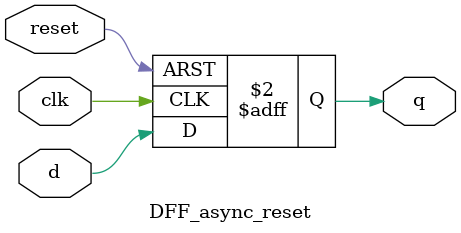
<source format=v>
`timescale 1ns / 1ps


module DFF_async_reset(
    input clk,
    input d,
    input reset,
    output reg q
    );
    
    always @ (posedge clk or posedge reset) begin
        if (reset) begin
            q <= 0;
        end else begin
            q <= d;
        end
    end
endmodule

</source>
